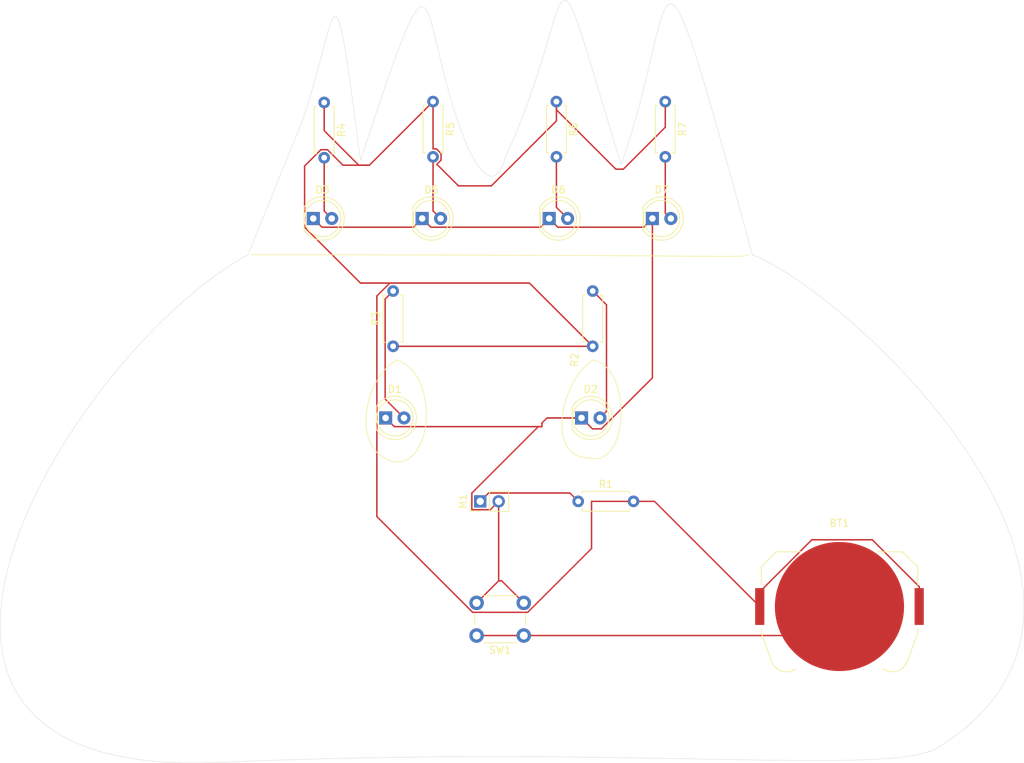
<source format=kicad_pcb>
(kicad_pcb (version 20241229) (generator "pcbnew") (generator_version "9.0")
  (layers (0 "F.Cu" signal) (2 "B.Cu" signal) (13 "F.Paste" user) (15 "B.Paste" user) (5 "F.SilkS" user "F.Silkscreen") (7 "B.SilkS" user "B.Silkscreen") (1 "F.Mask" user) (3 "B.Mask" user) (25 "Edge.Cuts" user))
  (net 0 "")
  (net 1 "Net-(BT1--)")
  (net 2 "Net-(BT1-+)")
  (net 3 "Net-(D1-K)")
  (net 4 "Net-(D1-A)")
  (net 5 "Net-(D2-A)")
  (net 6 "Net-(D3-A)")
  (net 7 "Net-(D5-A)")
  (net 8 "Net-(D6-A)")
  (net 9 "Net-(D7-A)")
  (net 10 "Net-(M1-+)")
  (footprint "LED_THT:LED_D5.0mm" (layer "F.Cu") (at 148.96 83)
    (property "Reference" "D2" (at 1.27 -3.96 0) (layer "F.SilkS"))
    (property "Value" "LED")
    (fp_line (start -1.29 -1.545) (end -1.29 1.545) (stroke (width 0.12)) (layer "F.SilkS"))
    (fp_arc (start -1.29 -1.54483) (mid 2.071756 -2.880501) (end 4.26 -0.000048) (stroke (width 0.12)) (layer "F.SilkS"))
    (fp_arc (start 4.26 0.000048) (mid 2.071756 2.880501) (end -1.29 1.54483) (stroke (width 0.12)) (layer "F.SilkS"))
    (fp_circle (center 1.27 0) (end 3.77 0) (stroke (width 0.12)) (fill no) (layer "F.SilkS"))
    (pad "1" thru_hole rect (at 0 0) (size 1.8 1.8) (drill 0.9) (layers "*.Cu" "*.Mask") (net 3 "Net-(D1-K)"))
    (pad "2" thru_hole circle (at 2.54 0) (size 1.8 1.8) (drill 0.9) (layers "*.Cu" "*.Mask") (net 5 "Net-(D2-A)"))
  )
  (footprint "LED_THT:LED_D5.0mm" (layer "F.Cu") (at 144.5 55.5)
    (property "Reference" "D6" (at 1.27 -3.96 0) (layer "F.SilkS"))
    (property "Value" "LED")
    (fp_line (start -1.29 -1.545) (end -1.29 1.545) (stroke (width 0.12)) (layer "F.SilkS"))
    (fp_arc (start -1.29 -1.54483) (mid 2.071756 -2.880501) (end 4.26 -0.000048) (stroke (width 0.12)) (layer "F.SilkS"))
    (fp_arc (start 4.26 0.000048) (mid 2.071756 2.880501) (end -1.29 1.54483) (stroke (width 0.12)) (layer "F.SilkS"))
    (fp_circle (center 1.27 0) (end 3.77 0) (stroke (width 0.12)) (fill no) (layer "F.SilkS"))
    (pad "1" thru_hole rect (at 0 0) (size 1.8 1.8) (drill 0.9) (layers "*.Cu" "*.Mask") (net 3 "Net-(D1-K)"))
    (pad "2" thru_hole circle (at 2.54 0) (size 1.8 1.8) (drill 0.9) (layers "*.Cu" "*.Mask") (net 8 "Net-(D6-A)"))
  )
  (footprint "Resistor_THT:R_Axial_DIN0207_L6.3mm_D2.5mm_P7.62mm_Horizontal" (layer "F.Cu") (at 160.5 39.38 -90)
    (property "Reference" "R7" (at 3.81 -2.37 90) (layer "F.SilkS"))
    (property "Value" "R")
    (fp_line (start 0.54 1.37) (end 7.08 1.37) (stroke (width 0.12)) (layer "F.SilkS"))
    (fp_line (start 7.08 1.37) (end 7.08 1.04) (stroke (width 0.12)) (layer "F.SilkS"))
    (fp_line (start 0.54 1.04) (end 0.54 1.37) (stroke (width 0.12)) (layer "F.SilkS"))
    (fp_line (start 0.54 -1.04) (end 0.54 -1.37) (stroke (width 0.12)) (layer "F.SilkS"))
    (fp_line (start 0.54 -1.37) (end 7.08 -1.37) (stroke (width 0.12)) (layer "F.SilkS"))
    (fp_line (start 7.08 -1.37) (end 7.08 -1.04) (stroke (width 0.12)) (layer "F.SilkS"))
    (pad "1" thru_hole circle (at 0 0 270) (size 1.6 1.6) (drill 0.8) (layers "*.Cu" "*.Mask") (net 2 "Net-(BT1-+)"))
    (pad "2" thru_hole oval (at 7.62 0 270) (size 1.6 1.6) (drill 0.8) (layers "*.Cu" "*.Mask") (net 9 "Net-(D7-A)"))
  )
  (footprint "Battery:BatteryHolder_Keystone_3034_1x20mm" (layer "F.Cu") (at 184.5 109)
    (property "Reference" "BT1" (at 0 -11.5 0) (layer "F.SilkS"))
    (property "Value" "Battery_Cell")
    (fp_line (start -10.78 -5.46) (end -10.78 -3) (stroke (width 0.12)) (layer "F.SilkS"))
    (fp_line (start -10.78 3) (end -10.78 3.63) (stroke (width 0.12)) (layer "F.SilkS"))
    (fp_line (start -10.78 3.63) (end -9.34 7.58) (stroke (width 0.12)) (layer "F.SilkS"))
    (fp_line (start -8.7 -7.54) (end -10.78 -5.46) (stroke (width 0.12)) (layer "F.SilkS"))
    (fp_line (start -5.2 -7.54) (end -8.7 -7.54) (stroke (width 0.12)) (layer "F.SilkS"))
    (fp_line (start 8.7 -7.54) (end 5.2 -7.54) (stroke (width 0.12)) (layer "F.SilkS"))
    (fp_line (start 8.7 -7.54) (end 10.78 -5.46) (stroke (width 0.12)) (layer "F.SilkS"))
    (fp_line (start 10.78 -5.46) (end 10.78 -3) (stroke (width 0.12)) (layer "F.SilkS"))
    (fp_line (start 10.78 3) (end 10.78 3.63) (stroke (width 0.12)) (layer "F.SilkS"))
    (fp_line (start 10.78 3.63) (end 9.34 7.58) (stroke (width 0.12)) (layer "F.SilkS"))
    (fp_arc (start -6.003354 8.56653) (mid -7.921654 8.918738) (end -9.34 7.58) (stroke (width 0.12)) (layer "F.SilkS"))
    (fp_arc (start 9.325243 7.588169) (mid 7.90634 8.911668) (end 6 8.55) (stroke (width 0.12)) (layer "F.SilkS"))
    (pad "1" smd rect (at -10.985 0) (size 1.27 5.08) (layers "F.Cu" "F.Mask" "F.Paste") (net 2 "Net-(BT1-+)"))
    (pad "1" smd rect (at 10.985 0) (size 1.27 5.08) (layers "F.Cu" "F.Mask" "F.Paste") (net 2 "Net-(BT1-+)"))
    (pad "2" smd circle (at 0 0) (size 17.8 17.8) (layers "F.Cu" "F.Mask") (net 1 "Net-(BT1--)"))
  )
  (footprint "Resistor_THT:R_Axial_DIN0207_L6.3mm_D2.5mm_P7.62mm_Horizontal" (layer "F.Cu") (at 148.5 94.5)
    (property "Reference" "R1" (at 3.81 -2.37 0) (layer "F.SilkS"))
    (property "Value" "R")
    (fp_line (start 0.54 -1.37) (end 7.08 -1.37) (stroke (width 0.12)) (layer "F.SilkS"))
    (fp_line (start 0.54 -1.04) (end 0.54 -1.37) (stroke (width 0.12)) (layer "F.SilkS"))
    (fp_line (start 0.54 1.04) (end 0.54 1.37) (stroke (width 0.12)) (layer "F.SilkS"))
    (fp_line (start 0.54 1.37) (end 7.08 1.37) (stroke (width 0.12)) (layer "F.SilkS"))
    (fp_line (start 7.08 -1.37) (end 7.08 -1.04) (stroke (width 0.12)) (layer "F.SilkS"))
    (fp_line (start 7.08 1.37) (end 7.08 1.04) (stroke (width 0.12)) (layer "F.SilkS"))
    (pad "1" thru_hole circle (at 0 0) (size 1.6 1.6) (drill 0.8) (layers "*.Cu" "*.Mask") (net 10 "Net-(M1-+)"))
    (pad "2" thru_hole oval (at 7.62 0) (size 1.6 1.6) (drill 0.8) (layers "*.Cu" "*.Mask") (net 2 "Net-(BT1-+)"))
  )
  (footprint "Resistor_THT:R_Axial_DIN0207_L6.3mm_D2.5mm_P7.62mm_Horizontal" (layer "F.Cu") (at 113.5 39.5 -90)
    (property "Reference" "R4" (at 3.81 -2.37 90) (layer "F.SilkS"))
    (property "Value" "R")
    (fp_line (start 0.54 1.37) (end 7.08 1.37) (stroke (width 0.12)) (layer "F.SilkS"))
    (fp_line (start 7.08 1.37) (end 7.08 1.04) (stroke (width 0.12)) (layer "F.SilkS"))
    (fp_line (start 0.54 1.04) (end 0.54 1.37) (stroke (width 0.12)) (layer "F.SilkS"))
    (fp_line (start 0.54 -1.04) (end 0.54 -1.37) (stroke (width 0.12)) (layer "F.SilkS"))
    (fp_line (start 0.54 -1.37) (end 7.08 -1.37) (stroke (width 0.12)) (layer "F.SilkS"))
    (fp_line (start 7.08 -1.37) (end 7.08 -1.04) (stroke (width 0.12)) (layer "F.SilkS"))
    (pad "1" thru_hole circle (at 0 0 270) (size 1.6 1.6) (drill 0.8) (layers "*.Cu" "*.Mask") (net 2 "Net-(BT1-+)"))
    (pad "2" thru_hole oval (at 7.62 0 270) (size 1.6 1.6) (drill 0.8) (layers "*.Cu" "*.Mask") (net 6 "Net-(D3-A)"))
  )
  (footprint "LED_THT:LED_D5.0mm" (layer "F.Cu") (at 158.725 55.5)
    (property "Reference" "D7" (at 1.27 -3.96 0) (layer "F.SilkS"))
    (property "Value" "LED")
    (fp_line (start -1.29 -1.545) (end -1.29 1.545) (stroke (width 0.12)) (layer "F.SilkS"))
    (fp_arc (start -1.29 -1.54483) (mid 2.071756 -2.880501) (end 4.26 -0.000048) (stroke (width 0.12)) (layer "F.SilkS"))
    (fp_arc (start 4.26 0.000048) (mid 2.071756 2.880501) (end -1.29 1.54483) (stroke (width 0.12)) (layer "F.SilkS"))
    (fp_circle (center 1.27 0) (end 3.77 0) (stroke (width 0.12)) (fill no) (layer "F.SilkS"))
    (pad "1" thru_hole rect (at 0 0) (size 1.8 1.8) (drill 0.9) (layers "*.Cu" "*.Mask") (net 3 "Net-(D1-K)"))
    (pad "2" thru_hole circle (at 2.54 0) (size 1.8 1.8) (drill 0.9) (layers "*.Cu" "*.Mask") (net 9 "Net-(D7-A)"))
  )
  (footprint "Resistor_THT:R_Axial_DIN0207_L6.3mm_D2.5mm_P7.62mm_Horizontal" (layer "F.Cu") (at 145.5 39.38 -90)
    (property "Reference" "R6" (at 3.81 -2.37 90) (layer "F.SilkS"))
    (property "Value" "R")
    (fp_line (start 0.54 1.37) (end 7.08 1.37) (stroke (width 0.12)) (layer "F.SilkS"))
    (fp_line (start 7.08 1.37) (end 7.08 1.04) (stroke (width 0.12)) (layer "F.SilkS"))
    (fp_line (start 0.54 1.04) (end 0.54 1.37) (stroke (width 0.12)) (layer "F.SilkS"))
    (fp_line (start 0.54 -1.04) (end 0.54 -1.37) (stroke (width 0.12)) (layer "F.SilkS"))
    (fp_line (start 0.54 -1.37) (end 7.08 -1.37) (stroke (width 0.12)) (layer "F.SilkS"))
    (fp_line (start 7.08 -1.37) (end 7.08 -1.04) (stroke (width 0.12)) (layer "F.SilkS"))
    (pad "1" thru_hole circle (at 0 0 270) (size 1.6 1.6) (drill 0.8) (layers "*.Cu" "*.Mask") (net 2 "Net-(BT1-+)"))
    (pad "2" thru_hole oval (at 7.62 0 270) (size 1.6 1.6) (drill 0.8) (layers "*.Cu" "*.Mask") (net 8 "Net-(D6-A)"))
  )
  (footprint "Resistor_THT:R_Axial_DIN0207_L6.3mm_D2.5mm_P7.62mm_Horizontal" (layer "F.Cu") (at 123 73.12 90)
    (property "Reference" "R3" (at 3.81 -2.37 90) (layer "F.SilkS"))
    (property "Value" "R")
    (fp_line (start 7.08 -1.37) (end 7.08 -1.04) (stroke (width 0.12)) (layer "F.SilkS"))
    (fp_line (start 0.54 -1.37) (end 7.08 -1.37) (stroke (width 0.12)) (layer "F.SilkS"))
    (fp_line (start 0.54 -1.04) (end 0.54 -1.37) (stroke (width 0.12)) (layer "F.SilkS"))
    (fp_line (start 0.54 1.04) (end 0.54 1.37) (stroke (width 0.12)) (layer "F.SilkS"))
    (fp_line (start 7.08 1.37) (end 7.08 1.04) (stroke (width 0.12)) (layer "F.SilkS"))
    (fp_line (start 0.54 1.37) (end 7.08 1.37) (stroke (width 0.12)) (layer "F.SilkS"))
    (pad "1" thru_hole circle (at 0 0 90) (size 1.6 1.6) (drill 0.8) (layers "*.Cu" "*.Mask") (net 2 "Net-(BT1-+)"))
    (pad "2" thru_hole oval (at 7.62 0 90) (size 1.6 1.6) (drill 0.8) (layers "*.Cu" "*.Mask") (net 4 "Net-(D1-A)"))
  )
  (footprint "LED_THT:LED_D5.0mm" (layer "F.Cu") (at 121.96 83)
    (property "Reference" "D1" (at 1.27 -3.96 0) (layer "F.SilkS"))
    (property "Value" "LED")
    (fp_line (start -1.29 -1.545) (end -1.29 1.545) (stroke (width 0.12)) (layer "F.SilkS"))
    (fp_arc (start -1.29 -1.54483) (mid 2.071756 -2.880501) (end 4.26 -0.000048) (stroke (width 0.12)) (layer "F.SilkS"))
    (fp_arc (start 4.26 0.000048) (mid 2.071756 2.880501) (end -1.29 1.54483) (stroke (width 0.12)) (layer "F.SilkS"))
    (fp_circle (center 1.27 0) (end 3.77 0) (stroke (width 0.12)) (fill no) (layer "F.SilkS"))
    (pad "1" thru_hole rect (at 0 0) (size 1.8 1.8) (drill 0.9) (layers "*.Cu" "*.Mask") (net 3 "Net-(D1-K)"))
    (pad "2" thru_hole circle (at 2.54 0) (size 1.8 1.8) (drill 0.9) (layers "*.Cu" "*.Mask") (net 4 "Net-(D1-A)"))
  )
  (footprint "Resistor_THT:R_Axial_DIN0207_L6.3mm_D2.5mm_P7.62mm_Horizontal" (layer "F.Cu") (at 150.5 73.12 90)
    (property "Reference" "R2" (at -1.88 -2.5 90) (layer "F.SilkS"))
    (property "Value" "R")
    (fp_line (start 7.08 -1.37) (end 7.08 -1.04) (stroke (width 0.12)) (layer "F.SilkS"))
    (fp_line (start 0.54 -1.37) (end 7.08 -1.37) (stroke (width 0.12)) (layer "F.SilkS"))
    (fp_line (start 0.54 -1.04) (end 0.54 -1.37) (stroke (width 0.12)) (layer "F.SilkS"))
    (fp_line (start 0.54 1.04) (end 0.54 1.37) (stroke (width 0.12)) (layer "F.SilkS"))
    (fp_line (start 7.08 1.37) (end 7.08 1.04) (stroke (width 0.12)) (layer "F.SilkS"))
    (fp_line (start 0.54 1.37) (end 7.08 1.37) (stroke (width 0.12)) (layer "F.SilkS"))
    (pad "1" thru_hole circle (at 0 0 90) (size 1.6 1.6) (drill 0.8) (layers "*.Cu" "*.Mask") (net 2 "Net-(BT1-+)"))
    (pad "2" thru_hole oval (at 7.62 0 90) (size 1.6 1.6) (drill 0.8) (layers "*.Cu" "*.Mask") (net 5 "Net-(D2-A)"))
  )
  (footprint "Connector_PinHeader_2.54mm:PinHeader_1x02_P2.54mm_Vertical" (layer "F.Cu") (at 135 94.5 90)
    (property "Reference" "M1" (at 0 -2.38 90) (layer "F.SilkS"))
    (property "Value" "Motor_DC")
    (fp_line (start -1.38 -1.38) (end 0 -1.38) (stroke (width 0.12)) (layer "F.SilkS"))
    (fp_line (start -1.38 0) (end -1.38 -1.38) (stroke (width 0.12)) (layer "F.SilkS"))
    (fp_line (start 1.38 1.27) (end 1.38 3.92) (stroke (width 0.12)) (layer "F.SilkS"))
    (fp_line (start -1.38 1.27) (end 1.38 1.27) (stroke (width 0.12)) (layer "F.SilkS"))
    (fp_line (start -1.38 1.27) (end -1.38 3.92) (stroke (width 0.12)) (layer "F.SilkS"))
    (fp_line (start -1.38 3.92) (end 1.38 3.92) (stroke (width 0.12)) (layer "F.SilkS"))
    (pad "1" thru_hole rect (at 0 0 90) (size 1.7 1.7) (drill 1) (layers "*.Cu" "*.Mask") (net 10 "Net-(M1-+)"))
    (pad "2" thru_hole circle (at 0 2.54 90) (size 1.7 1.7) (drill 1) (layers "*.Cu" "*.Mask") (net 3 "Net-(D1-K)"))
  )
  (footprint "Resistor_THT:R_Axial_DIN0207_L6.3mm_D2.5mm_P7.62mm_Horizontal" (layer "F.Cu") (at 128.5 39.38 -90)
    (property "Reference" "R5" (at 3.81 -2.37 90) (layer "F.SilkS"))
    (property "Value" "R")
    (fp_line (start 0.54 1.37) (end 7.08 1.37) (stroke (width 0.12)) (layer "F.SilkS"))
    (fp_line (start 7.08 1.37) (end 7.08 1.04) (stroke (width 0.12)) (layer "F.SilkS"))
    (fp_line (start 0.54 1.04) (end 0.54 1.37) (stroke (width 0.12)) (layer "F.SilkS"))
    (fp_line (start 0.54 -1.04) (end 0.54 -1.37) (stroke (width 0.12)) (layer "F.SilkS"))
    (fp_line (start 0.54 -1.37) (end 7.08 -1.37) (stroke (width 0.12)) (layer "F.SilkS"))
    (fp_line (start 7.08 -1.37) (end 7.08 -1.04) (stroke (width 0.12)) (layer "F.SilkS"))
    (pad "1" thru_hole circle (at 0 0 270) (size 1.6 1.6) (drill 0.8) (layers "*.Cu" "*.Mask") (net 2 "Net-(BT1-+)"))
    (pad "2" thru_hole oval (at 7.62 0 270) (size 1.6 1.6) (drill 0.8) (layers "*.Cu" "*.Mask") (net 7 "Net-(D5-A)"))
  )
  (footprint "LED_THT:LED_D5.0mm" (layer "F.Cu") (at 112 55.5)
    (property "Reference" "D3" (at 1.27 -3.96 0) (layer "F.SilkS"))
    (property "Value" "LED")
    (fp_line (start -1.29 -1.545) (end -1.29 1.545) (stroke (width 0.12)) (layer "F.SilkS"))
    (fp_arc (start -1.29 -1.54483) (mid 2.071756 -2.880501) (end 4.26 -0.000048) (stroke (width 0.12)) (layer "F.SilkS"))
    (fp_arc (start 4.26 0.000048) (mid 2.071756 2.880501) (end -1.29 1.54483) (stroke (width 0.12)) (layer "F.SilkS"))
    (fp_circle (center 1.27 0) (end 3.77 0) (stroke (width 0.12)) (fill no) (layer "F.SilkS"))
    (pad "1" thru_hole rect (at 0 0) (size 1.8 1.8) (drill 0.9) (layers "*.Cu" "*.Mask") (net 3 "Net-(D1-K)"))
    (pad "2" thru_hole circle (at 2.54 0) (size 1.8 1.8) (drill 0.9) (layers "*.Cu" "*.Mask") (net 6 "Net-(D3-A)"))
  )
  (footprint "LED_THT:LED_D5.0mm" (layer "F.Cu") (at 127 55.5)
    (property "Reference" "D5" (at 1.27 -3.96 0) (layer "F.SilkS"))
    (property "Value" "LED")
    (fp_line (start -1.29 -1.545) (end -1.29 1.545) (stroke (width 0.12)) (layer "F.SilkS"))
    (fp_arc (start -1.29 -1.54483) (mid 2.071756 -2.880501) (end 4.26 -0.000048) (stroke (width 0.12)) (layer "F.SilkS"))
    (fp_arc (start 4.26 0.000048) (mid 2.071756 2.880501) (end -1.29 1.54483) (stroke (width 0.12)) (layer "F.SilkS"))
    (fp_circle (center 1.27 0) (end 3.77 0) (stroke (width 0.12)) (fill no) (layer "F.SilkS"))
    (pad "1" thru_hole rect (at 0 0) (size 1.8 1.8) (drill 0.9) (layers "*.Cu" "*.Mask") (net 3 "Net-(D1-K)"))
    (pad "2" thru_hole circle (at 2.54 0) (size 1.8 1.8) (drill 0.9) (layers "*.Cu" "*.Mask") (net 7 "Net-(D5-A)"))
  )
  (footprint "Button_Switch_THT:SW_PUSH_6mm" (layer "F.Cu") (at 141 113 180)
    (property "Reference" "SW1" (at 3.25 -2 0) (layer "F.SilkS"))
    (property "Value" "SW_Push")
    (fp_line (start 6.75 3) (end 6.75 1.5) (stroke (width 0.12)) (layer "F.SilkS"))
    (fp_line (start 5.5 -1) (end 1 -1) (stroke (width 0.12)) (layer "F.SilkS"))
    (fp_line (start 1 5.5) (end 5.5 5.5) (stroke (width 0.12)) (layer "F.SilkS"))
    (fp_line (start -0.25 1.5) (end -0.25 3) (stroke (width 0.12)) (layer "F.SilkS"))
    (pad "1" thru_hole circle (at 0 0 270) (size 2 2) (drill 1.1) (layers "*.Cu" "*.Mask") (net 1 "Net-(BT1--)"))
    (pad "1" thru_hole circle (at 6.5 0 270) (size 2 2) (drill 1.1) (layers "*.Cu" "*.Mask") (net 1 "Net-(BT1--)"))
    (pad "2" thru_hole circle (at 0 4.5 270) (size 2 2) (drill 1.1) (layers "*.Cu" "*.Mask") (net 3 "Net-(D1-K)"))
    (pad "2" thru_hole circle (at 6.5 4.5 270) (size 2 2) (drill 1.1) (layers "*.Cu" "*.Mask") (net 3 "Net-(D1-K)"))
  )
  (gr_curve (pts (xy 150 88.5) (xy 155.58 90) (xy 156 76) (xy 150.5 75)) (stroke (width 0.1)) (layer "F.SilkS"))
  (gr_curve (pts (xy 123.5 75) (xy 119 77.5) (xy 117 87.5) (xy 123 89)) (stroke (width 0.1)) (layer "F.SilkS"))
  (gr_curve (pts (xy 123 89) (xy 128.5 90) (xy 129.5 77) (xy 123.5 75)) (stroke (width 0.1)) (layer "F.SilkS"))
  (gr_curve (pts (xy 150.5 75) (xy 146 78) (xy 144 88.5) (xy 150 88.5)) (stroke (width 0.1)) (layer "F.SilkS"))
  (gr_curve (pts (xy 103.5 60.5) (xy 172 60.5) (xy 170.5 61) (xy 172 60.5)) (stroke (width 0.1)) (layer "F.SilkS"))
  (gr_curve (pts (xy 99 130.5) (xy 156 128) (xy 191 132.5) (xy 198 128.5)) (stroke (width 0.05)) (layer "Edge.Cuts"))
  (gr_curve (pts (xy 103 60.5) (xy 79 73.5) (xy 42 133) (xy 99 130.5)) (stroke (width 0.05)) (layer "Edge.Cuts"))
  (gr_curve (pts (xy 198 128.5) (xy 231 108) (xy 186.5 66) (xy 172.5 60.5)) (stroke (width 0.05)) (layer "Edge.Cuts"))
  (gr_curve (pts (xy 154.414407 48.048421) (xy 143.5 12.5) (xy 149 24) (xy 138.5 47)) (stroke (width 0.05)) (layer "Edge.Cuts"))
  (gr_curve (pts (xy 118.5 47.5) (xy 114.5 16.5) (xy 115.5 27.5) (xy 110.5 42)) (stroke (width 0.05)) (layer "Edge.Cuts"))
  (gr_curve (pts (xy 110.5 42) (xy 103 60.5) (xy 103 60.5) (xy 103 60.5)) (stroke (width 0.05)) (layer "Edge.Cuts"))
  (gr_curve (pts (xy 133 45) (xy 126 27.5) (xy 130 12.5) (xy 118.5 47.5)) (stroke (width 0.05)) (layer "Edge.Cuts"))
  (gr_curve (pts (xy 138.5 47) (xy 136.5 54) (xy 133 45) (xy 133 45)) (stroke (width 0.05)) (layer "Edge.Cuts"))
  (gr_curve (pts (xy 172.5 60.5) (xy 158 7.5) (xy 162.5 25.5) (xy 154.414407 48.048421)) (stroke (width 0.05)) (layer "Edge.Cuts"))
  (segment (start 141 113) (end 180.5 113) (width 0.2) (layer "F.Cu") (net 1))
  (segment (start 134.5 113) (end 141 113) (width 0.2) (layer "F.Cu") (net 1))
  (segment (start 180.5 113) (end 184.5 109) (width 0.2) (layer "F.Cu") (net 1))
  (segment (start 189.024 99.799) (end 180.688821 99.799) (width 0.2) (layer "F.Cu") (net 2))
  (segment (start 156.12 94.5) (end 159.015 94.5) (width 0.2) (layer "F.Cu") (net 2))
  (segment (start 113.95605 46.019) (end 113.04395 46.019) (width 0.2) (layer "F.Cu") (net 2))
  (segment (start 122.54395 64.399) (end 120.759 66.18395) (width 0.2) (layer "F.Cu") (net 2))
  (segment (start 116.085887 48.148837) (end 113.95605 46.019) (width 0.2) (layer "F.Cu") (net 2))
  (segment (start 128.95605 45.899) (end 129.601 46.54395) (width 0.2) (layer "F.Cu") (net 2))
  (segment (start 128.5 39.38) (end 128.5 45.899) (width 0.2) (layer "F.Cu") (net 2))
  (segment (start 119.731163 48.148837) (end 116.085887 48.148837) (width 0.2) (layer "F.Cu") (net 2))
  (segment (start 120.759 66.18395) (end 120.759 96.598892) (width 0.2) (layer "F.Cu") (net 2))
  (segment (start 195.485 106.26) (end 189.024 99.799) (width 0.2) (layer "F.Cu") (net 2))
  (segment (start 118.259907 48.148837) (end 119.731163 48.148837) (width 0.2) (layer "F.Cu") (net 2))
  (segment (start 119.731163 48.148837) (end 128.5 39.38) (width 0.2) (layer "F.Cu") (net 2))
  (segment (start 150.5 73.12) (end 141.779 64.399) (width 0.2) (layer "F.Cu") (net 2))
  (segment (start 180.688821 99.799) (end 173.515 106.972821) (width 0.2) (layer "F.Cu") (net 2))
  (segment (start 129.028525 48.028525) (end 132 51) (width 0.2) (layer "F.Cu") (net 2))
  (segment (start 141.779 64.399) (end 141.5 64.399) (width 0.2) (layer "F.Cu") (net 2))
  (segment (start 110.799 56.701) (end 118.497 64.399) (width 0.2) (layer "F.Cu") (net 2))
  (segment (start 150.339892 94.5) (end 156.12 94.5) (width 0.2) (layer "F.Cu") (net 2))
  (segment (start 133.961108 109.801) (end 141.538892 109.801) (width 0.2) (layer "F.Cu") (net 2))
  (segment (start 113.5 39.5) (end 113.5 43.38893) (width 0.2) (layer "F.Cu") (net 2))
  (segment (start 173.515 106.972821) (end 173.515 109) (width 0.2) (layer "F.Cu") (net 2))
  (segment (start 120.759 96.598892) (end 133.961108 109.801) (width 0.2) (layer "F.Cu") (net 2))
  (segment (start 118.497 64.399) (end 123 64.399) (width 0.2) (layer "F.Cu") (net 2))
  (segment (start 195.485 109) (end 195.485 106.26) (width 0.2) (layer "F.Cu") (net 2))
  (segment (start 113.5 43.38893) (end 118.259907 48.148837) (width 0.2) (layer "F.Cu") (net 2))
  (segment (start 113.04395 46.019) (end 110.799 48.26395) (width 0.2) (layer "F.Cu") (net 2))
  (segment (start 128.5 45.899) (end 128.95605 45.899) (width 0.2) (layer "F.Cu") (net 2))
  (segment (start 110.799 48.26395) (end 110.799 56.701) (width 0.2) (layer "F.Cu") (net 2))
  (segment (start 129.601 47.45605) (end 129.028525 48.028525) (width 0.2) (layer "F.Cu") (net 2))
  (segment (start 141.538892 109.801) (end 150.339892 101) (width 0.2) (layer "F.Cu") (net 2))
  (segment (start 159.015 94.5) (end 173.515 109) (width 0.2) (layer "F.Cu") (net 2))
  (segment (start 153.684384 48.695754) (end 154.722351 48.695754) (width 0.2) (layer "F.Cu") (net 2))
  (segment (start 136.538368 51) (end 145.5 42.038368) (width 0.2) (layer "F.Cu") (net 2))
  (segment (start 145.5 39.38) (end 145.5 40.51137) (width 0.2) (layer "F.Cu") (net 2))
  (segment (start 141.5 64.399) (end 123 64.399) (width 0.2) (layer "F.Cu") (net 2))
  (segment (start 145.5 42.038368) (end 145.5 39.38) (width 0.2) (layer "F.Cu") (net 2))
  (segment (start 132 51) (end 136.538368 51) (width 0.2) (layer "F.Cu") (net 2))
  (segment (start 145.5 40.51137) (end 153.684384 48.695754) (width 0.2) (layer "F.Cu") (net 2))
  (segment (start 160.5 42.918105) (end 160.5 39.38) (width 0.2) (layer "F.Cu") (net 2))
  (segment (start 123 73.12) (end 150.5 73.12) (width 0.2) (layer "F.Cu") (net 2))
  (segment (start 154.722351 48.695754) (end 160.5 42.918105) (width 0.2) (layer "F.Cu") (net 2))
  (segment (start 150.339892 101) (end 150.339892 94.5) (width 0.2) (layer "F.Cu") (net 2))
  (segment (start 129.601 46.54395) (end 129.601 47.45605) (width 0.2) (layer "F.Cu") (net 2))
  (segment (start 123 64.399) (end 122.54395 64.399) (width 0.2) (layer "F.Cu") (net 2))
  (segment (start 148.96 83) (end 144.198 83) (width 0.2) (layer "F.Cu") (net 3))
  (segment (start 150.46 84.5) (end 148.96 83) (width 0.2) (layer "F.Cu") (net 3))
  (segment (start 143.299 56.701) (end 144.5 55.5) (width 0.2) (layer "F.Cu") (net 3))
  (segment (start 137.54 94.5) (end 137.54 105.46) (width 0.2) (layer "F.Cu") (net 3))
  (segment (start 137.96 105.46) (end 137.54 105.46) (width 0.2) (layer "F.Cu") (net 3))
  (segment (start 158.725 77.473471) (end 151.698471 84.5) (width 0.2) (layer "F.Cu") (net 3))
  (segment (start 125.799 56.701) (end 127 55.5) (width 0.2) (layer "F.Cu") (net 3))
  (segment (start 144.198 83) (end 143.5 83.698) (width 0.2) (layer "F.Cu") (net 3))
  (segment (start 133.849 93.349) (end 133.849 95.651) (width 0.2) (layer "F.Cu") (net 3))
  (segment (start 141 108.5) (end 137.96 105.46) (width 0.2) (layer "F.Cu") (net 3))
  (segment (start 143.5 84.201) (end 123.161 84.201) (width 0.2) (layer "F.Cu") (net 3))
  (segment (start 112 55.5) (end 113.201 56.701) (width 0.2) (layer "F.Cu") (net 3))
  (segment (start 148.96 83) (end 148.96 83.08) (width 0.2) (layer "F.Cu") (net 3))
  (segment (start 145.701 56.701) (end 144.5 55.5) (width 0.2) (layer "F.Cu") (net 3))
  (segment (start 123.161 84.201) (end 121.96 83) (width 0.2) (layer "F.Cu") (net 3))
  (segment (start 151.698471 84.5) (end 150.46 84.5) (width 0.2) (layer "F.Cu") (net 3))
  (segment (start 133.849 95.651) (end 136.389 95.651) (width 0.2) (layer "F.Cu") (net 3))
  (segment (start 158.725 55.5) (end 158.725 77.473471) (width 0.2) (layer "F.Cu") (net 3))
  (segment (start 158.725 55.5) (end 157.524 56.701) (width 0.2) (layer "F.Cu") (net 3))
  (segment (start 143.5 84.201) (end 142.997 84.201) (width 0.2) (layer "F.Cu") (net 3))
  (segment (start 127 55.5) (end 128.201 56.701) (width 0.2) (layer "F.Cu") (net 3))
  (segment (start 136.389 95.651) (end 137.54 94.5) (width 0.2) (layer "F.Cu") (net 3))
  (segment (start 128.201 56.701) (end 143.299 56.701) (width 0.2) (layer "F.Cu") (net 3))
  (segment (start 113.201 56.701) (end 125.799 56.701) (width 0.2) (layer "F.Cu") (net 3))
  (segment (start 137.54 105.46) (end 134.5 108.5) (width 0.2) (layer "F.Cu") (net 3))
  (segment (start 143.5 83.698) (end 143.5 84.201) (width 0.2) (layer "F.Cu") (net 3))
  (segment (start 142.997 84.201) (end 133.849 93.349) (width 0.2) (layer "F.Cu") (net 3))
  (segment (start 157.524 56.701) (end 145.701 56.701) (width 0.2) (layer "F.Cu") (net 3))
  (segment (start 123 65.5) (end 121.899 66.601) (width 0.2) (layer "F.Cu") (net 4))
  (segment (start 121.899 66.601) (end 121.899 80.399) (width 0.2) (layer "F.Cu") (net 4))
  (segment (start 121.899 80.399) (end 124.5 83) (width 0.2) (layer "F.Cu") (net 4))
  (segment (start 152.4 67.4) (end 152.4 82.1) (width 0.2) (layer "F.Cu") (net 5))
  (segment (start 150.5 65.5) (end 152.4 67.4) (width 0.2) (layer "F.Cu") (net 5))
  (segment (start 152.4 82.1) (end 151.5 83) (width 0.2) (layer "F.Cu") (net 5))
  (segment (start 113.5 54.46) (end 114.54 55.5) (width 0.2) (layer "F.Cu") (net 6))
  (segment (start 113.5 47.12) (end 113.5 54.46) (width 0.2) (layer "F.Cu") (net 6))
  (segment (start 128.5 47) (end 128.5 54.46) (width 0.2) (layer "F.Cu") (net 7))
  (segment (start 128.5 54.46) (end 129.54 55.5) (width 0.2) (layer "F.Cu") (net 7))
  (segment (start 145.5 47) (end 145.5 53.96) (width 0.2) (layer "F.Cu") (net 8))
  (segment (start 145.5 53.96) (end 147.04 55.5) (width 0.2) (layer "F.Cu") (net 8))
  (segment (start 160.5 47) (end 160.5 54.735) (width 0.2) (layer "F.Cu") (net 9))
  (segment (start 160.5 54.735) (end 161.265 55.5) (width 0.2) (layer "F.Cu") (net 9))
  (segment (start 147.349 93.349) (end 148.5 94.5) (width 0.2) (layer "F.Cu") (net 10))
  (segment (start 136.151 93.349) (end 147.349 93.349) (width 0.2) (layer "F.Cu") (net 10))
  (segment (start 135 94.5) (end 136.151 93.349) (width 0.2) (layer "F.Cu") (net 10))
)
</source>
